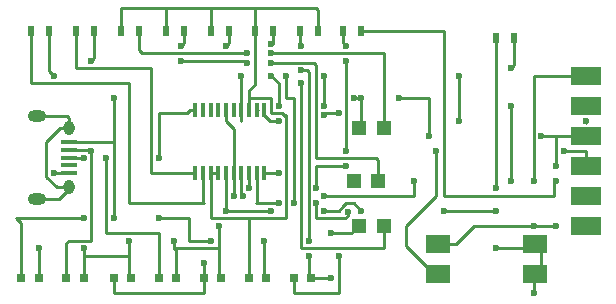
<source format=gtl>
G04 #@! TF.FileFunction,Copper,L1,Top,Signal*
%FSLAX46Y46*%
G04 Gerber Fmt 4.6, Leading zero omitted, Abs format (unit mm)*
G04 Created by KiCad (PCBNEW 4.0.0-rc1-stable) date 12/2/2015 11:11:47 PM*
%MOMM*%
G01*
G04 APERTURE LIST*
%ADD10C,0.100000*%
%ADD11R,0.800000X0.750000*%
%ADD12R,1.198880X1.198880*%
%ADD13R,0.500000X0.900000*%
%ADD14R,1.350000X0.400000*%
%ADD15O,0.950000X1.250000*%
%ADD16O,1.550000X1.000000*%
%ADD17R,0.406400X1.270000*%
%ADD18R,2.159000X1.524000*%
%ADD19R,2.540000X1.524000*%
%ADD20C,0.600000*%
%ADD21C,0.250000*%
G04 APERTURE END LIST*
D10*
D11*
X128040000Y-125095000D03*
X129540000Y-125095000D03*
X131850000Y-125095000D03*
X133350000Y-125095000D03*
X135890000Y-125095000D03*
X137390000Y-125095000D03*
X139700000Y-125095000D03*
X141200000Y-125095000D03*
X143510000Y-125095000D03*
X145010000Y-125095000D03*
X147320000Y-125095000D03*
X148820000Y-125095000D03*
X151130000Y-125095000D03*
X152630000Y-125095000D03*
D12*
X158750000Y-112395000D03*
X156651960Y-112395000D03*
X158308040Y-116840000D03*
X156210000Y-116840000D03*
X158750000Y-120650000D03*
X156651960Y-120650000D03*
D13*
X168275000Y-104775000D03*
X169775000Y-104775000D03*
D14*
X132080000Y-113595000D03*
X132080000Y-114245000D03*
X132080000Y-114895000D03*
X132080000Y-115545000D03*
X132080000Y-116195000D03*
D15*
X132080000Y-112395000D03*
X132080000Y-117395000D03*
D16*
X129380000Y-111395000D03*
X129380000Y-118395000D03*
D13*
X128905000Y-104140000D03*
X130405000Y-104140000D03*
X132715000Y-104140000D03*
X134215000Y-104140000D03*
X136525000Y-104140000D03*
X138025000Y-104140000D03*
X140335000Y-104140000D03*
X141835000Y-104140000D03*
X144145000Y-104140000D03*
X145645000Y-104140000D03*
X147840000Y-104140000D03*
X149340000Y-104140000D03*
X151650000Y-104140000D03*
X153150000Y-104140000D03*
X155345000Y-104140000D03*
X156845000Y-104140000D03*
D17*
X148640800Y-110871000D03*
X148005800Y-110871000D03*
X147345400Y-110871000D03*
X146685000Y-110871000D03*
X146050000Y-110871000D03*
X145389600Y-110871000D03*
X144729200Y-110871000D03*
X144094200Y-110871000D03*
X143433800Y-110871000D03*
X142798800Y-110871000D03*
X142798800Y-116205000D03*
X143433800Y-116205000D03*
X144094200Y-116205000D03*
X144729200Y-116205000D03*
X145389600Y-116205000D03*
X146050000Y-116205000D03*
X146685000Y-116205000D03*
X147345400Y-116205000D03*
X148005800Y-116205000D03*
X148640800Y-116205000D03*
D18*
X163322000Y-122174000D03*
X163322000Y-124714000D03*
X171577000Y-124714000D03*
X171577000Y-122174000D03*
D19*
X175895000Y-107950000D03*
X175895000Y-110490000D03*
X175895000Y-113030000D03*
X175895000Y-115570000D03*
X175895000Y-118110000D03*
X175895000Y-120650000D03*
D20*
X133350000Y-120015000D03*
X135890000Y-120015000D03*
X135890000Y-109855000D03*
X169545000Y-107315000D03*
X173355000Y-115570000D03*
X130810000Y-116205000D03*
X129540000Y-122555000D03*
X133350000Y-122555000D03*
X137160000Y-121920000D03*
X140970000Y-121976615D03*
X148590000Y-121920000D03*
X144780000Y-120650000D03*
X146050000Y-118110000D03*
X156210000Y-109855000D03*
X156845000Y-109855000D03*
X160020000Y-109855000D03*
X162560000Y-113030000D03*
X172085000Y-113030000D03*
X133985000Y-114300000D03*
X133985000Y-114300000D03*
X130810000Y-107950000D03*
X168275000Y-122555000D03*
X156845000Y-119380000D03*
X163830000Y-119380000D03*
X153670000Y-119380000D03*
X149225000Y-119380000D03*
X145415000Y-119380000D03*
X143510000Y-123825000D03*
X168275000Y-119380000D03*
X168275000Y-117475000D03*
X135255000Y-114935000D03*
X133350000Y-114935000D03*
X133985000Y-106680000D03*
X149860000Y-111750010D03*
X153670000Y-111290003D03*
X154940000Y-111125000D03*
X154940000Y-123190000D03*
X171450000Y-126365000D03*
X154305000Y-125095000D03*
X152400000Y-123190000D03*
X152400000Y-121920000D03*
X151765000Y-107470013D03*
X151765000Y-105410000D03*
X149225000Y-106045000D03*
X147214990Y-106045000D03*
X149225000Y-106845003D03*
X147214990Y-106845003D03*
X141605000Y-106680000D03*
X141605000Y-105410000D03*
X156210000Y-116840000D03*
X155699449Y-119504449D03*
X153035000Y-118745000D03*
X146849907Y-118122312D03*
X151765000Y-108585000D03*
X145415000Y-105410000D03*
X154305000Y-121285000D03*
X144145000Y-121920000D03*
X139700000Y-120015000D03*
X139700000Y-114935000D03*
X173355000Y-120650000D03*
X171450000Y-120650000D03*
X171450000Y-116840000D03*
X163195000Y-114300000D03*
X173990000Y-114300000D03*
X149860000Y-116205000D03*
X153670000Y-118110000D03*
X161290000Y-116840000D03*
X169545000Y-116840000D03*
X169545000Y-110490000D03*
X175895000Y-111760000D03*
X165100000Y-111760000D03*
X165100000Y-107950000D03*
X153670000Y-107950000D03*
X153670000Y-110490000D03*
X149860000Y-110490000D03*
X149225000Y-107950000D03*
X146685000Y-107950000D03*
X173355000Y-116840000D03*
X149860000Y-118745000D03*
X151130000Y-118745000D03*
X150495000Y-107950000D03*
X149225000Y-105244997D03*
X147320000Y-117475000D03*
X153035000Y-117475000D03*
X155575000Y-115570000D03*
X155575000Y-114300000D03*
X155575000Y-106680000D03*
X155575000Y-105410000D03*
D21*
X127635000Y-120015000D02*
X128040000Y-120420000D01*
X128040000Y-120420000D02*
X128040000Y-125095000D01*
X133350000Y-120015000D02*
X127635000Y-120015000D01*
X135890000Y-113665000D02*
X135890000Y-120015000D01*
X135890000Y-113665000D02*
X135820000Y-113595000D01*
X135820000Y-113595000D02*
X132080000Y-113595000D01*
X135890000Y-109855000D02*
X135890000Y-113665000D01*
X169775000Y-107085000D02*
X169545000Y-107315000D01*
X169775000Y-104775000D02*
X169775000Y-107085000D01*
X175895000Y-113030000D02*
X173345363Y-113030000D01*
X173345363Y-113030000D02*
X172085000Y-113030000D01*
X173355000Y-115570000D02*
X173355000Y-113039637D01*
X173355000Y-113039637D02*
X173345363Y-113030000D01*
X145389600Y-110871000D02*
X145389600Y-111756000D01*
X145389600Y-111756000D02*
X146056098Y-112422498D01*
X146056098Y-112422498D02*
X146056098Y-116198902D01*
X146056098Y-116198902D02*
X146050000Y-116205000D01*
X130810000Y-116205000D02*
X132070000Y-116205000D01*
X132070000Y-116205000D02*
X132080000Y-116195000D01*
X129540000Y-122555000D02*
X129540000Y-125095000D01*
X133350000Y-123190000D02*
X133350000Y-122555000D01*
X133350000Y-123190000D02*
X133350000Y-125095000D01*
X137160000Y-123190000D02*
X137160000Y-124865000D01*
X137160000Y-121920000D02*
X137160000Y-123190000D01*
X137160000Y-123190000D02*
X133350000Y-123190000D01*
X137160000Y-124865000D02*
X137390000Y-125095000D01*
X140970000Y-121920000D02*
X140970000Y-121976615D01*
X140970000Y-122555000D02*
X140970000Y-121920000D01*
X140970000Y-122555000D02*
X141200000Y-122785000D01*
X141200000Y-122785000D02*
X141200000Y-125095000D01*
X144780000Y-122555000D02*
X144780000Y-124865000D01*
X144780000Y-120650000D02*
X144780000Y-122555000D01*
X144780000Y-122555000D02*
X140970000Y-122555000D01*
X148590000Y-121920000D02*
X148590000Y-124865000D01*
X148590000Y-124865000D02*
X148820000Y-125095000D01*
X144780000Y-124865000D02*
X145010000Y-125095000D01*
X146050000Y-118110000D02*
X146050000Y-116205000D01*
X156845000Y-109855000D02*
X156210000Y-109855000D01*
X156845000Y-109855000D02*
X156845000Y-112201960D01*
X156845000Y-112201960D02*
X156651960Y-112395000D01*
X162560000Y-109855000D02*
X160020000Y-109855000D01*
X162560000Y-113030000D02*
X162560000Y-109855000D01*
X132080000Y-121920000D02*
X131850000Y-122150000D01*
X131850000Y-122150000D02*
X131850000Y-125095000D01*
X133985000Y-121920000D02*
X132080000Y-121920000D01*
X133985000Y-114300000D02*
X133985000Y-121920000D01*
X132080000Y-114245000D02*
X133930000Y-114245000D01*
X133930000Y-114245000D02*
X133985000Y-114300000D01*
X130405000Y-104140000D02*
X130405000Y-107545000D01*
X130405000Y-107545000D02*
X130810000Y-107950000D01*
X168275000Y-122555000D02*
X171196000Y-122555000D01*
X171196000Y-122555000D02*
X171577000Y-122174000D01*
X155575000Y-118745000D02*
X156210000Y-118745000D01*
X156210000Y-118745000D02*
X156845000Y-119380000D01*
X155300839Y-119019161D02*
X155575000Y-118745000D01*
X154940000Y-119380000D02*
X155300839Y-119019161D01*
X168275000Y-119380000D02*
X163830000Y-119380000D01*
X172085000Y-122555000D02*
X172085000Y-125095000D01*
X153670000Y-119380000D02*
X154940000Y-119380000D01*
X145415000Y-119380000D02*
X149225000Y-119380000D01*
X135890000Y-126365000D02*
X135890000Y-125095000D01*
X143510000Y-126365000D02*
X135890000Y-126365000D01*
X143510000Y-125095000D02*
X143510000Y-126365000D01*
X145415000Y-119380000D02*
X145415000Y-116230400D01*
X145415000Y-116230400D02*
X145389600Y-116205000D01*
X143510000Y-125095000D02*
X143510000Y-123825000D01*
X168275000Y-104775000D02*
X168275000Y-117475000D01*
X139700000Y-121285000D02*
X139700000Y-125095000D01*
X135255000Y-121285000D02*
X139700000Y-121285000D01*
X135255000Y-114935000D02*
X135255000Y-121285000D01*
X133350000Y-114935000D02*
X132120000Y-114935000D01*
X132120000Y-114935000D02*
X132080000Y-114895000D01*
X134215000Y-104140000D02*
X134215000Y-106450000D01*
X134215000Y-106450000D02*
X133985000Y-106680000D01*
X150495000Y-111301998D02*
X150495000Y-111483833D01*
X150495000Y-111483833D02*
X150495000Y-120015000D01*
X147345400Y-110871000D02*
X147345400Y-109986000D01*
X147345400Y-109986000D02*
X147476400Y-109855000D01*
X147476400Y-109855000D02*
X149225000Y-109855000D01*
X149225000Y-109855000D02*
X149225000Y-111125000D01*
X149225000Y-111125000D02*
X150136167Y-111125000D01*
X150136167Y-111125000D02*
X150495000Y-111483833D01*
X150495000Y-120015000D02*
X147333578Y-120015000D01*
X147333578Y-120015000D02*
X144145000Y-120015000D01*
X147320000Y-125095000D02*
X147320000Y-120028578D01*
X147320000Y-120028578D02*
X147333578Y-120015000D01*
X144094200Y-116205000D02*
X144729200Y-116205000D01*
X144145000Y-120015000D02*
X144094200Y-119964200D01*
X144094200Y-119964200D02*
X144094200Y-116205000D01*
X147840000Y-108700000D02*
X147345400Y-109194600D01*
X147345400Y-109194600D02*
X147345400Y-110871000D01*
X147840000Y-104140000D02*
X147840000Y-108700000D01*
X153035000Y-102235000D02*
X153150000Y-102350000D01*
X153150000Y-102350000D02*
X153150000Y-104140000D01*
X147955000Y-102235000D02*
X153035000Y-102235000D01*
X147955000Y-102235000D02*
X147840000Y-102350000D01*
X147840000Y-102350000D02*
X147840000Y-103440000D01*
X147840000Y-103440000D02*
X147840000Y-104140000D01*
X144145000Y-102235000D02*
X147955000Y-102235000D01*
X144145000Y-102235000D02*
X144145000Y-104140000D01*
X140335000Y-102235000D02*
X144145000Y-102235000D01*
X140335000Y-102235000D02*
X140335000Y-104140000D01*
X136525000Y-102235000D02*
X140335000Y-102235000D01*
X136525000Y-104140000D02*
X136525000Y-102235000D01*
X148640800Y-110871000D02*
X148640800Y-111302800D01*
X148640800Y-111302800D02*
X149088010Y-111750010D01*
X149088010Y-111750010D02*
X149860000Y-111750010D01*
X154940000Y-111125000D02*
X153835003Y-111125000D01*
X153835003Y-111125000D02*
X153670000Y-111290003D01*
X154940000Y-126365000D02*
X154940000Y-123190000D01*
X151130000Y-126365000D02*
X154940000Y-126365000D01*
X151130000Y-125095000D02*
X151130000Y-126365000D01*
X171450000Y-126365000D02*
X171450000Y-124841000D01*
X171450000Y-124841000D02*
X171577000Y-124714000D01*
X152630000Y-125095000D02*
X154305000Y-125095000D01*
X152400000Y-123190000D02*
X152400000Y-124865000D01*
X152400000Y-124865000D02*
X152630000Y-125095000D01*
X152244987Y-107470013D02*
X152400000Y-107625026D01*
X152400000Y-107625026D02*
X152400000Y-121920000D01*
X151765000Y-107470013D02*
X152244987Y-107470013D01*
X151650000Y-104140000D02*
X151650000Y-105295000D01*
X151650000Y-105295000D02*
X151765000Y-105410000D01*
X158750000Y-106045000D02*
X158750000Y-112395000D01*
X149225000Y-106045000D02*
X158750000Y-106045000D01*
X138025000Y-105815000D02*
X138255000Y-106045000D01*
X138255000Y-106045000D02*
X147214990Y-106045000D01*
X138025000Y-104140000D02*
X138025000Y-105815000D01*
X158115000Y-114935000D02*
X158308040Y-115128040D01*
X158308040Y-115128040D02*
X158308040Y-116840000D01*
X153035000Y-114935000D02*
X158115000Y-114935000D01*
X153035000Y-107010006D02*
X153035000Y-114935000D01*
X152869997Y-106845003D02*
X153035000Y-107010006D01*
X149225000Y-106845003D02*
X152869997Y-106845003D01*
X141605000Y-106680000D02*
X147049987Y-106680000D01*
X147049987Y-106680000D02*
X147214990Y-106845003D01*
X141835000Y-104140000D02*
X141835000Y-105180000D01*
X141835000Y-105180000D02*
X141605000Y-105410000D01*
X153035000Y-120015000D02*
X155503078Y-120015000D01*
X155503078Y-120015000D02*
X155699449Y-119818629D01*
X155699449Y-119818629D02*
X155699449Y-119504449D01*
X153035000Y-118745000D02*
X153035000Y-120015000D01*
X146685000Y-116205000D02*
X146685000Y-117957405D01*
X146685000Y-117957405D02*
X146849907Y-118122312D01*
X158750000Y-122555000D02*
X158750000Y-120650000D01*
X151765000Y-122555000D02*
X158750000Y-122555000D01*
X151765000Y-108585000D02*
X151765000Y-122555000D01*
X145645000Y-104140000D02*
X145645000Y-105180000D01*
X145645000Y-105180000D02*
X145415000Y-105410000D01*
X154305000Y-121285000D02*
X156016960Y-121285000D01*
X156016960Y-121285000D02*
X156651960Y-120650000D01*
X142240000Y-121920000D02*
X144145000Y-121920000D01*
X142240000Y-120015000D02*
X142240000Y-121920000D01*
X139700000Y-120015000D02*
X142240000Y-120015000D01*
X139700000Y-111125000D02*
X139700000Y-114935000D01*
X142091600Y-111125000D02*
X139700000Y-111125000D01*
X142798800Y-110871000D02*
X142345600Y-110871000D01*
X142345600Y-110871000D02*
X142091600Y-111125000D01*
X164846000Y-122174000D02*
X166370000Y-120650000D01*
X166370000Y-120650000D02*
X171450000Y-120650000D01*
X163322000Y-122174000D02*
X164846000Y-122174000D01*
X171450000Y-120650000D02*
X173355000Y-120650000D01*
X171450000Y-107950000D02*
X171450000Y-116840000D01*
X174375000Y-107950000D02*
X171450000Y-107950000D01*
X175895000Y-107950000D02*
X174375000Y-107950000D01*
X163195000Y-114300000D02*
X163195000Y-118111410D01*
X163195000Y-118111410D02*
X160655000Y-120651410D01*
X160655000Y-120651410D02*
X160655000Y-122364500D01*
X160655000Y-122364500D02*
X163004500Y-124714000D01*
X163004500Y-124714000D02*
X163322000Y-124714000D01*
X175895000Y-114300000D02*
X173990000Y-114300000D01*
X175895000Y-115570000D02*
X175895000Y-114300000D01*
X163322000Y-124714000D02*
X163639500Y-124714000D01*
X149860000Y-116205000D02*
X148640800Y-116205000D01*
X161290000Y-118110000D02*
X153670000Y-118110000D01*
X161290000Y-116840000D02*
X161290000Y-118110000D01*
X169545000Y-110490000D02*
X169545000Y-116840000D01*
X175895000Y-111760000D02*
X175895000Y-111942999D01*
X165100000Y-107950000D02*
X165100000Y-111760000D01*
X153670000Y-110490000D02*
X153670000Y-107950000D01*
X149225000Y-107950000D02*
X149860000Y-108585000D01*
X149860000Y-108585000D02*
X149860000Y-110490000D01*
X146685000Y-110871000D02*
X146685000Y-107950000D01*
X146685000Y-110871000D02*
X146685000Y-111756000D01*
X170180000Y-118110000D02*
X173188984Y-118110000D01*
X173188984Y-118110000D02*
X173188984Y-117006016D01*
X173188984Y-117006016D02*
X173355000Y-116840000D01*
X163830000Y-118110000D02*
X170180000Y-118110000D01*
X163830000Y-117475000D02*
X163830000Y-118110000D01*
X163830000Y-104140000D02*
X163830000Y-117475000D01*
X156845000Y-104140000D02*
X163830000Y-104140000D01*
X132080000Y-112395000D02*
X132080000Y-111520000D01*
X132080000Y-111520000D02*
X131955000Y-111395000D01*
X131955000Y-111395000D02*
X130405000Y-111395000D01*
X130405000Y-111395000D02*
X129380000Y-111395000D01*
X132080000Y-112395000D02*
X131355000Y-112395000D01*
X131355000Y-112395000D02*
X130184999Y-113565001D01*
X130184999Y-113565001D02*
X130184999Y-116505001D01*
X131074998Y-117395000D02*
X131355000Y-117395000D01*
X130184999Y-116505001D02*
X131074998Y-117395000D01*
X131355000Y-117395000D02*
X132080000Y-117395000D01*
X129380000Y-118395000D02*
X131230000Y-118395000D01*
X131230000Y-118395000D02*
X132080000Y-117545000D01*
X132080000Y-117545000D02*
X132080000Y-117395000D01*
X128905000Y-104140000D02*
X128905000Y-108585000D01*
X137160000Y-118745000D02*
X143510000Y-118745000D01*
X143510000Y-118745000D02*
X143433800Y-118668800D01*
X128905000Y-108585000D02*
X137160000Y-108585000D01*
X137160000Y-108585000D02*
X137160000Y-118745000D01*
X143433800Y-118668800D02*
X143433800Y-116205000D01*
X139065000Y-116205000D02*
X142798800Y-116205000D01*
X139065000Y-107315000D02*
X139065000Y-116205000D01*
X132715000Y-107315000D02*
X139065000Y-107315000D01*
X132715000Y-104140000D02*
X132715000Y-107315000D01*
X147955000Y-118745000D02*
X148005800Y-118694200D01*
X148005800Y-118694200D02*
X148005800Y-116205000D01*
X149860000Y-118745000D02*
X147955000Y-118745000D01*
X151130000Y-109855000D02*
X151130000Y-118745000D01*
X150495000Y-109855000D02*
X151130000Y-109855000D01*
X150495000Y-107950000D02*
X150495000Y-109855000D01*
X149340000Y-105295000D02*
X149289997Y-105244997D01*
X149289997Y-105244997D02*
X149225000Y-105244997D01*
X149340000Y-104140000D02*
X149340000Y-105295000D01*
X147320000Y-117475000D02*
X147320000Y-116230400D01*
X147320000Y-116230400D02*
X147345400Y-116205000D01*
X153035000Y-115570000D02*
X153035000Y-117475000D01*
X155575000Y-115570000D02*
X153035000Y-115570000D01*
X155575000Y-106680000D02*
X155575000Y-114300000D01*
X155345000Y-104140000D02*
X155345000Y-105180000D01*
X155345000Y-105180000D02*
X155575000Y-105410000D01*
X148005800Y-110871000D02*
X148112599Y-110871000D01*
M02*

</source>
